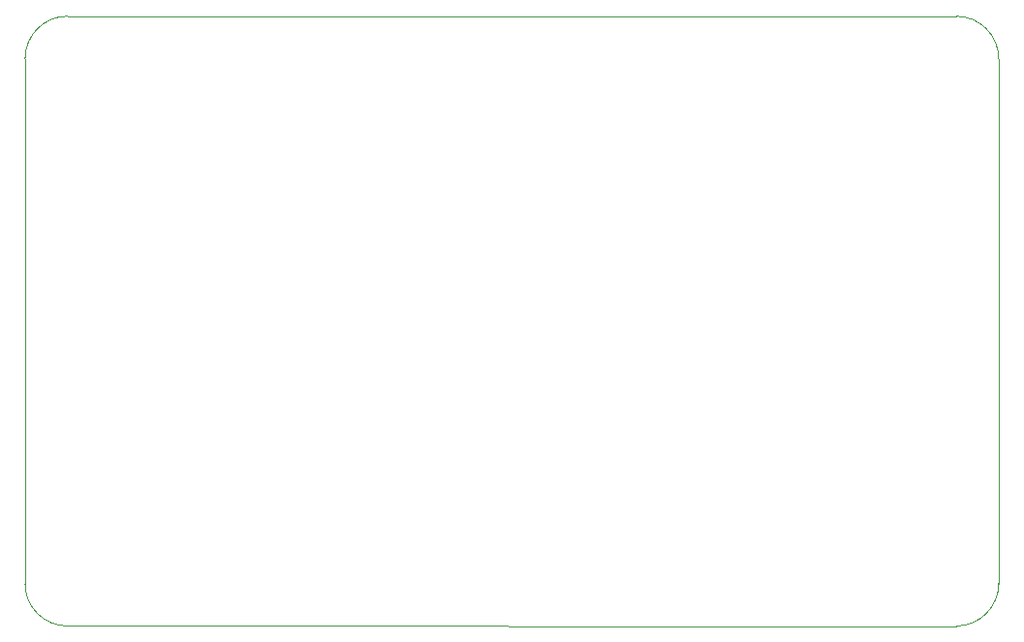
<source format=gbr>
%TF.GenerationSoftware,KiCad,Pcbnew,7.0.1*%
%TF.CreationDate,2023-09-03T00:34:55+01:00*%
%TF.ProjectId,noise-synth-card,6e6f6973-652d-4737-996e-74682d636172,rev?*%
%TF.SameCoordinates,Original*%
%TF.FileFunction,Profile,NP*%
%FSLAX46Y46*%
G04 Gerber Fmt 4.6, Leading zero omitted, Abs format (unit mm)*
G04 Created by KiCad (PCBNEW 7.0.1) date 2023-09-03 00:34:55*
%MOMM*%
%LPD*%
G01*
G04 APERTURE LIST*
%TA.AperFunction,Profile*%
%ADD10C,0.120000*%
%TD*%
G04 APERTURE END LIST*
D10*
%TO.C,M1*%
X186786027Y-99063972D02*
X186786027Y-53183972D01*
X183066038Y-102783972D02*
X105396027Y-102779998D01*
X183056027Y-49458974D02*
X105406027Y-49458974D01*
X101691029Y-99085012D02*
X101691029Y-53195012D01*
X183066038Y-102783972D02*
G75*
G03*
X186786027Y-99063972I-10014J3730003D01*
G01*
X186786028Y-53183972D02*
G75*
G03*
X183056027Y-49458974I-3725003J-2D01*
G01*
X101691032Y-99085012D02*
G75*
G03*
X105396027Y-102779997I3694935J-64D01*
G01*
X105406027Y-49458910D02*
G75*
G03*
X101691031Y-53195012I-10J-3715046D01*
G01*
%TD*%
M02*

</source>
